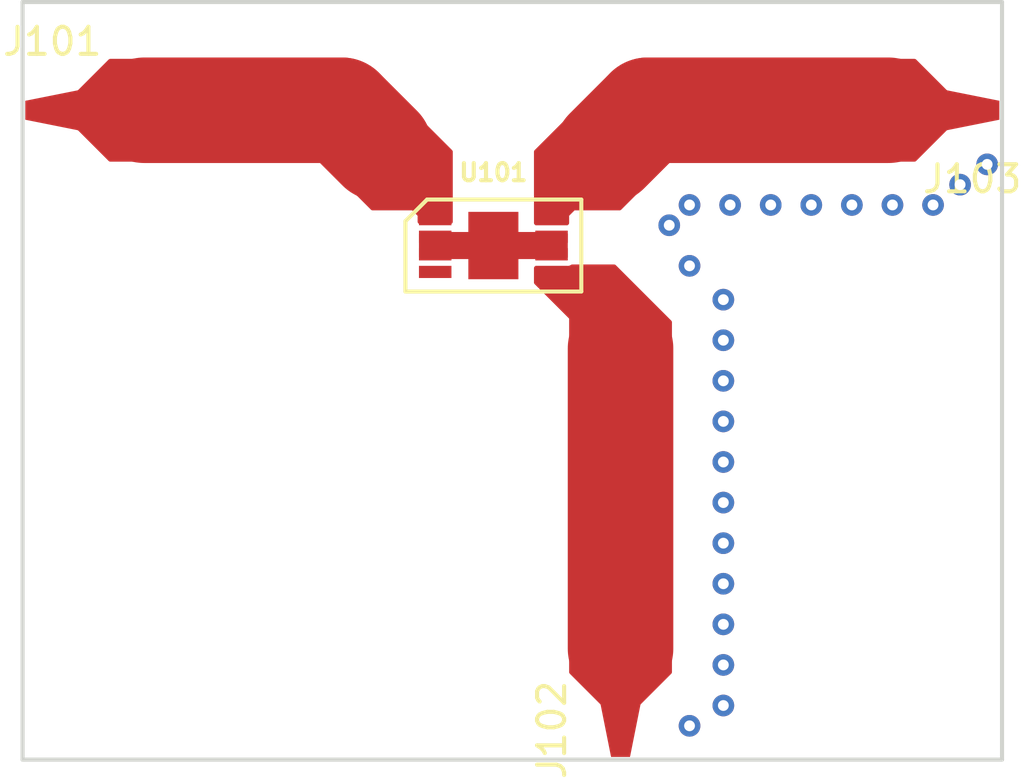
<source format=kicad_pcb>
(kicad_pcb (version 20171130) (host pcbnew 5.0.2-bee76a0~70~ubuntu18.04.1)

  (general
    (thickness 1.6)
    (drawings 4)
    (tracks 38)
    (zones 0)
    (modules 4)
    (nets 5)
  )

  (page A4)
  (layers
    (0 F.Cu signal)
    (31 B.Cu signal)
    (32 B.Adhes user)
    (33 F.Adhes user)
    (34 B.Paste user)
    (35 F.Paste user)
    (36 B.SilkS user)
    (37 F.SilkS user)
    (38 B.Mask user)
    (39 F.Mask user)
    (40 Dwgs.User user)
    (41 Cmts.User user)
    (42 Eco1.User user)
    (43 Eco2.User user)
    (44 Edge.Cuts user)
    (45 Margin user)
    (46 B.CrtYd user)
    (47 F.CrtYd user)
    (48 B.Fab user)
    (49 F.Fab user)
  )

  (setup
    (last_trace_width 0.25)
    (trace_clearance 0.2)
    (zone_clearance 0.15)
    (zone_45_only no)
    (trace_min 0.2)
    (segment_width 0.2)
    (edge_width 0.15)
    (via_size 0.8)
    (via_drill 0.4)
    (via_min_size 0.4)
    (via_min_drill 0.3)
    (uvia_size 0.3)
    (uvia_drill 0.1)
    (uvias_allowed no)
    (uvia_min_size 0.2)
    (uvia_min_drill 0.1)
    (pcb_text_width 0.3)
    (pcb_text_size 1.5 1.5)
    (mod_edge_width 0.15)
    (mod_text_size 1 1)
    (mod_text_width 0.15)
    (pad_size 1.524 1.524)
    (pad_drill 0.762)
    (pad_to_mask_clearance 0.051)
    (solder_mask_min_width 0.25)
    (aux_axis_origin 0 0)
    (visible_elements FFFFFF7F)
    (pcbplotparams
      (layerselection 0x010fc_ffffffff)
      (usegerberextensions false)
      (usegerberattributes false)
      (usegerberadvancedattributes false)
      (creategerberjobfile false)
      (excludeedgelayer true)
      (linewidth 0.100000)
      (plotframeref false)
      (viasonmask false)
      (mode 1)
      (useauxorigin false)
      (hpglpennumber 1)
      (hpglpenspeed 20)
      (hpglpendiameter 15.000000)
      (psnegative false)
      (psa4output false)
      (plotreference true)
      (plotvalue true)
      (plotinvisibletext false)
      (padsonsilk false)
      (subtractmaskfromsilk false)
      (outputformat 1)
      (mirror false)
      (drillshape 1)
      (scaleselection 1)
      (outputdirectory ""))
  )

  (net 0 "")
  (net 1 /LO)
  (net 2 /IF)
  (net 3 /RF)
  (net 4 GND)

  (net_class Default "This is the default net class."
    (clearance 0.2)
    (trace_width 0.25)
    (via_dia 0.8)
    (via_drill 0.4)
    (uvia_dia 0.3)
    (uvia_drill 0.1)
    (add_net /IF)
    (add_net /LO)
    (add_net /RF)
    (add_net GND)
  )

  (module Connectors_RF:PAD_T_200x110um (layer F.Cu) (tedit 5B069971) (tstamp 5D225CA8)
    (at 148.7 94 180)
    (path /5D225552)
    (fp_text reference J101 (at 0 2.54 180) (layer F.SilkS)
      (effects (font (size 1 1) (thickness 0.15)))
    )
    (fp_text value LO (at 0 -2.54 180) (layer F.Fab)
      (effects (font (size 1 1) (thickness 0.15)))
    )
    (pad 1 smd trapezoid (at 0 0 180) (size 2 1.1) (rect_delta 0.4 0 ) (layers F.Cu F.Mask)
      (net 1 /LO))
  )

  (module Connectors_RF:PAD_T_200x110um (layer F.Cu) (tedit 5B069971) (tstamp 5D225CAD)
    (at 169.7 116.9 270)
    (path /5D225ADA)
    (fp_text reference J102 (at 0 2.54 270) (layer F.SilkS)
      (effects (font (size 1 1) (thickness 0.15)))
    )
    (fp_text value IF (at 0 -2.54 270) (layer F.Fab)
      (effects (font (size 1 1) (thickness 0.15)))
    )
    (pad 1 smd trapezoid (at 0 0 270) (size 2 1.1) (rect_delta 0.4 0 ) (layers F.Cu F.Mask)
      (net 2 /IF))
  )

  (module Connectors_RF:PAD_T_200x110um (layer F.Cu) (tedit 5B069971) (tstamp 5D225CB2)
    (at 182.7 94)
    (path /5D2257E2)
    (fp_text reference J103 (at 0 2.54) (layer F.SilkS)
      (effects (font (size 1 1) (thickness 0.15)))
    )
    (fp_text value RF (at 0 -2.54) (layer F.Fab)
      (effects (font (size 1 1) (thickness 0.15)))
    )
    (pad 1 smd trapezoid (at 0 0) (size 2 1.1) (rect_delta 0.4 0 ) (layers F.Cu F.Mask)
      (net 3 /RF))
  )

  (module SSOP:MS8G_EP (layer F.Cu) (tedit 5D22597C) (tstamp 5D22636D)
    (at 165 99 270)
    (path /5D22534C)
    (attr smd)
    (fp_text reference U101 (at -2.7 0) (layer F.SilkS)
      (effects (font (size 0.635 0.635) (thickness 0.15)))
    )
    (fp_text value HMC220MS8 (at 0 0 270) (layer F.Fab)
      (effects (font (size 1 1) (thickness 0.15)))
    )
    (fp_line (start -0.9 3.25) (end -1.7 2.45) (layer F.SilkS) (width 0.15))
    (fp_line (start -1.7 2.45) (end -1.7 -3.25) (layer F.SilkS) (width 0.15))
    (fp_line (start -1.7 -3.25) (end 1.7 -3.25) (layer F.SilkS) (width 0.15))
    (fp_line (start 1.7 -3.25) (end 1.7 3.25) (layer F.SilkS) (width 0.15))
    (fp_line (start 1.7 3.25) (end -0.9 3.25) (layer F.SilkS) (width 0.15))
    (fp_line (start -1.85 -3.4) (end 1.85 -3.4) (layer F.CrtYd) (width 0.05))
    (fp_line (start 1.85 -3.4) (end 1.85 3.4) (layer F.CrtYd) (width 0.05))
    (fp_line (start 1.85 3.4) (end -1.85 3.4) (layer F.CrtYd) (width 0.05))
    (fp_line (start -1.85 3.4) (end -1.85 -3.4) (layer F.CrtYd) (width 0.05))
    (pad 8 smd rect (at -0.975 -2.15 270) (size 0.45 1.2) (layers F.Cu F.Paste F.Mask)
      (net 3 /RF))
    (pad 1 smd rect (at -0.975 2.15 270) (size 0.45 1.2) (layers F.Cu F.Paste F.Mask)
      (net 1 /LO))
    (pad 7 smd rect (at -0.325 -2.15 270) (size 0.45 1.2) (layers F.Cu F.Paste F.Mask)
      (net 4 GND))
    (pad 2 smd rect (at -0.325 2.15 270) (size 0.45 1.2) (layers F.Cu F.Paste F.Mask)
      (net 4 GND))
    (pad 6 smd rect (at 0.325 -2.15 270) (size 0.45 1.2) (layers F.Cu F.Paste F.Mask)
      (net 4 GND))
    (pad 3 smd rect (at 0.325 2.15 270) (size 0.45 1.2) (layers F.Cu F.Paste F.Mask)
      (net 4 GND))
    (pad 5 smd rect (at 0.975 -2.15 270) (size 0.45 1.2) (layers F.Cu F.Paste F.Mask)
      (net 2 /IF))
    (pad 4 smd rect (at 0.975 2.15 270) (size 0.45 1.2) (layers F.Cu F.Paste F.Mask))
    (pad 9 smd rect (at 0 0 270) (size 2.49 1.85) (layers F.Cu F.Paste F.Mask)
      (net 4 GND))
  )

  (gr_line (start 147.6 118) (end 147.6 90) (layer Edge.Cuts) (width 0.15))
  (gr_line (start 183.8 118) (end 147.6 118) (layer Edge.Cuts) (width 0.15))
  (gr_line (start 183.8 90) (end 183.8 118) (layer Edge.Cuts) (width 0.15))
  (gr_line (start 147.6 90) (end 183.8 90) (layer Edge.Cuts) (width 0.15))

  (via (at 172.25 97.5) (size 0.8) (drill 0.4) (layers F.Cu B.Cu) (net 0))
  (via (at 173.75 97.5) (size 0.8) (drill 0.4) (layers F.Cu B.Cu) (net 0) (tstamp 5D226520))
  (via (at 175.25 97.5) (size 0.8) (drill 0.4) (layers F.Cu B.Cu) (net 0) (tstamp 5D226521))
  (via (at 176.75 97.5) (size 0.8) (drill 0.4) (layers F.Cu B.Cu) (net 0) (tstamp 5D226522))
  (via (at 178.25 97.5) (size 0.8) (drill 0.4) (layers F.Cu B.Cu) (net 0) (tstamp 5D226523))
  (via (at 179.75 97.5) (size 0.8) (drill 0.4) (layers F.Cu B.Cu) (net 0) (tstamp 5D226528))
  (via (at 181.25 97.5) (size 0.8) (drill 0.4) (layers F.Cu B.Cu) (net 0) (tstamp 5D226529))
  (via (at 182.25 96.75) (size 0.8) (drill 0.4) (layers F.Cu B.Cu) (net 0))
  (via (at 183.25 96) (size 0.8) (drill 0.4) (layers F.Cu B.Cu) (net 0))
  (via (at 171.5 98.25) (size 0.8) (drill 0.4) (layers F.Cu B.Cu) (net 0) (tstamp 5D226539))
  (via (at 172.25 99.75) (size 0.8) (drill 0.4) (layers F.Cu B.Cu) (net 0) (tstamp 5D226544))
  (via (at 173.5 101) (size 0.8) (drill 0.4) (layers F.Cu B.Cu) (net 0) (tstamp 5D22654B))
  (via (at 173.5 102.5) (size 0.8) (drill 0.4) (layers F.Cu B.Cu) (net 0) (tstamp 5D22655D))
  (via (at 173.5 104) (size 0.8) (drill 0.4) (layers F.Cu B.Cu) (net 0) (tstamp 5D22655E))
  (via (at 173.5 105.5) (size 0.8) (drill 0.4) (layers F.Cu B.Cu) (net 0) (tstamp 5D22655F))
  (via (at 173.5 107) (size 0.8) (drill 0.4) (layers F.Cu B.Cu) (net 0) (tstamp 5D226560))
  (via (at 173.5 108.5) (size 0.8) (drill 0.4) (layers F.Cu B.Cu) (net 0) (tstamp 5D226561))
  (via (at 173.5 110) (size 0.8) (drill 0.4) (layers F.Cu B.Cu) (net 0) (tstamp 5D226562))
  (via (at 173.5 111.5) (size 0.8) (drill 0.4) (layers F.Cu B.Cu) (net 0) (tstamp 5D226563))
  (via (at 173.5 113) (size 0.8) (drill 0.4) (layers F.Cu B.Cu) (net 0) (tstamp 5D226564))
  (via (at 173.5 114.5) (size 0.8) (drill 0.4) (layers F.Cu B.Cu) (net 0) (tstamp 5D226565))
  (via (at 173.5 116) (size 0.8) (drill 0.4) (layers F.Cu B.Cu) (net 0) (tstamp 5D226568))
  (via (at 172.25 116.75) (size 0.8) (drill 0.4) (layers F.Cu B.Cu) (net 0) (tstamp 5D22656A))
  (segment (start 148.7 94) (end 151.5 94) (width 1) (layer F.Cu) (net 1))
  (segment (start 159.4 94) (end 160.8 95.4) (width 3.9) (layer F.Cu) (net 1))
  (segment (start 159.4 94) (end 152.1 94) (width 3.9) (layer F.Cu) (net 1))
  (segment (start 169.7 116.9) (end 169.7 115.8) (width 1) (layer F.Cu) (net 2))
  (segment (start 169.7 115.8) (end 169.7 114.6) (width 1) (layer F.Cu) (net 2))
  (segment (start 169.7 114.6) (end 169.7 113.9) (width 1) (layer F.Cu) (net 2))
  (segment (start 169.7 113.9) (end 169.7 102.8) (width 3.9) (layer F.Cu) (net 2))
  (segment (start 171 94) (end 179.6 94) (width 3.9) (layer F.Cu) (net 3))
  (segment (start 182.7 94) (end 179.6 94) (width 1) (layer F.Cu) (net 3))
  (segment (start 171 94) (end 170.7 94) (width 3.9) (layer F.Cu) (net 3))
  (segment (start 170.7 94) (end 169.2 95.5) (width 3.9) (layer F.Cu) (net 3))
  (segment (start 165.325 98.675) (end 165 99) (width 0.25) (layer F.Cu) (net 4))
  (segment (start 167.15 98.675) (end 165.325 98.675) (width 0.25) (layer F.Cu) (net 4))
  (segment (start 165.325 99.325) (end 165 99) (width 0.25) (layer F.Cu) (net 4))
  (segment (start 167.15 99.325) (end 165.325 99.325) (width 0.25) (layer F.Cu) (net 4))

  (zone (net 2) (net_name /IF) (layer F.Cu) (tstamp 0) (hatch edge 0.508)
    (priority 1)
    (connect_pads yes (clearance 0.15))
    (min_thickness 0.15)
    (fill yes (arc_segments 16) (thermal_gap 0.508) (thermal_bridge_width 0.508))
    (polygon
      (pts
        (xy 167.8 114.2) (xy 167.8 114.8) (xy 169 116) (xy 170.4 116) (xy 171.6 114.8)
        (xy 171.6 114.2)
      )
    )
    (filled_polygon
      (pts
        (xy 171.525 114.768934) (xy 170.368934 115.925) (xy 169.031066 115.925) (xy 167.875 114.768934) (xy 167.875 114.275)
        (xy 171.525 114.275)
      )
    )
  )
  (zone (net 3) (net_name /RF) (layer F.Cu) (tstamp 5D2264B8) (hatch edge 0.508)
    (priority 1)
    (connect_pads yes (clearance 0.15))
    (min_thickness 0.15)
    (fill yes (arc_segments 16) (thermal_gap 0.508) (thermal_bridge_width 0.508))
    (polygon
      (pts
        (xy 179.4 95.9) (xy 180.6 95.9) (xy 181.8 94.7) (xy 181.8 93.3) (xy 180.6 92.1)
        (xy 179.4 92.1)
      )
    )
    (filled_polygon
      (pts
        (xy 181.725 93.331066) (xy 181.725 94.668934) (xy 180.568934 95.825) (xy 179.475 95.825) (xy 179.475 92.175)
        (xy 180.568934 92.175)
      )
    )
  )
  (zone (net 1) (net_name /LO) (layer F.Cu) (tstamp 5D2264D9) (hatch edge 0.508)
    (priority 1)
    (connect_pads yes (clearance 0.15))
    (min_thickness 0.15)
    (fill yes (arc_segments 16) (thermal_gap 0.508) (thermal_bridge_width 0.508))
    (polygon
      (pts
        (xy 152.006328 92.1) (xy 150.806328 92.1) (xy 149.606328 93.3) (xy 149.606328 94.7) (xy 150.806328 95.9)
        (xy 152.006328 95.9)
      )
    )
    (filled_polygon
      (pts
        (xy 151.931328 95.825) (xy 150.837394 95.825) (xy 149.681328 94.668934) (xy 149.681328 93.331066) (xy 150.837394 92.175)
        (xy 151.931328 92.175)
      )
    )
  )
  (zone (net 1) (net_name /LO) (layer F.Cu) (tstamp 0) (hatch edge 0.508)
    (priority 1)
    (connect_pads yes (clearance 0.15))
    (min_thickness 0.15)
    (fill yes (arc_segments 16) (thermal_gap 0.508) (thermal_bridge_width 0.508))
    (polygon
      (pts
        (xy 163.5 98.2) (xy 163.5 96) (xy 163.5 95.5) (xy 162 94) (xy 159.4 96.6)
        (xy 160.5 97.7) (xy 162 97.7) (xy 162.2 97.9) (xy 162.2 98.2)
      )
    )
    (filled_polygon
      (pts
        (xy 163.425 95.531066) (xy 163.425 98.125) (xy 162.275 98.125) (xy 162.275 97.9) (xy 162.269291 97.871299)
        (xy 162.253033 97.846967) (xy 162.053033 97.646967) (xy 162.028701 97.630709) (xy 162 97.625) (xy 160.531066 97.625)
        (xy 159.506066 96.6) (xy 162 94.106066)
      )
    )
  )
  (zone (net 3) (net_name /RF) (layer F.Cu) (tstamp 0) (hatch edge 0.508)
    (priority 1)
    (connect_pads yes (clearance 0.15))
    (min_thickness 0.15)
    (fill yes (arc_segments 16) (thermal_gap 0.508) (thermal_bridge_width 0.508))
    (polygon
      (pts
        (xy 166.5 98.2) (xy 166.5 95.5) (xy 168.2 93.8) (xy 170.9 96.5) (xy 169.7 97.7)
        (xy 168 97.7) (xy 167.8 97.9) (xy 167.8 98.3) (xy 166.5 98.3)
      )
    )
    (filled_polygon
      (pts
        (xy 170.793934 96.5) (xy 169.668934 97.625) (xy 168 97.625) (xy 167.971299 97.630709) (xy 167.946967 97.646967)
        (xy 167.746967 97.846967) (xy 167.730709 97.871299) (xy 167.725 97.9) (xy 167.725 98.169613) (xy 166.575 98.169613)
        (xy 166.575 95.531066) (xy 168.2 93.906066)
      )
    )
  )
  (zone (net 2) (net_name /IF) (layer F.Cu) (tstamp 0) (hatch edge 0.508)
    (priority 1)
    (connect_pads yes (clearance 0.15))
    (min_thickness 0.15)
    (fill yes (arc_segments 16) (thermal_gap 0.508) (thermal_bridge_width 0.508))
    (polygon
      (pts
        (xy 166.5 99.7) (xy 166.5 100.4) (xy 167.8 101.7) (xy 167.8 103) (xy 171.6 103)
        (xy 171.6 102) (xy 171.6 101.8) (xy 170.9 101.1) (xy 170.1 100.3) (xy 169.5 99.7)
      )
    )
    (filled_polygon
      (pts
        (xy 171.525 101.831066) (xy 171.525 102.925) (xy 167.875 102.925) (xy 167.875 101.7) (xy 167.869291 101.671299)
        (xy 167.853033 101.646967) (xy 166.575 100.368934) (xy 166.575 99.830387) (xy 167.75 99.830387) (xy 167.857299 99.809044)
        (xy 167.90825 99.775) (xy 169.468934 99.775)
      )
    )
  )
  (zone (net 0) (net_name "") (layer F.Cu) (tstamp 0) (hatch edge 0.508)
    (connect_pads yes (clearance 0.15))
    (min_thickness 0.15)
    (keepout (tracks allowed) (vias allowed) (copperpour not_allowed))
    (fill (arc_segments 16) (thermal_gap 0.508) (thermal_bridge_width 0.508))
    (polygon
      (pts
        (xy 183.75 92.25) (xy 183.75 92.5) (xy 183.75 93.5) (xy 183.25 93.5) (xy 183 93.25)
        (xy 182 93.25) (xy 181 92.25) (xy 180.75 92) (xy 169.75 92) (xy 166.25 95.5)
        (xy 166.25 97.5) (xy 165.5 97.5) (xy 165.5 95) (xy 169.5 91) (xy 181.25 91)
        (xy 182.5 92.25)
      )
    )
  )
  (zone (net 0) (net_name "") (layer F.Cu) (tstamp 0) (hatch edge 0.508)
    (connect_pads yes (clearance 0.15))
    (min_thickness 0.15)
    (keepout (tracks allowed) (vias allowed) (copperpour not_allowed))
    (fill (arc_segments 16) (thermal_gap 0.508) (thermal_bridge_width 0.508))
    (polygon
      (pts
        (xy 168 97.75) (xy 169.75 97.75) (xy 171.5 96) (xy 180.75 96) (xy 181.75 95)
        (xy 182 94.75) (xy 182.5 94.75) (xy 182.75 94.75) (xy 183.25 94.5) (xy 183.75 94.5)
        (xy 183.75 95.5) (xy 183 95.5) (xy 182.75 95.75) (xy 182.5 95.75) (xy 181.25 97)
        (xy 172 97) (xy 171 98) (xy 170.25 98.75) (xy 168 98.75)
      )
    )
  )
  (zone (net 0) (net_name "") (layer F.Cu) (tstamp 0) (hatch edge 0.508)
    (connect_pads yes (clearance 0.15))
    (min_thickness 0.15)
    (keepout (tracks allowed) (vias allowed) (copperpour not_allowed))
    (fill (arc_segments 16) (thermal_gap 0.508) (thermal_bridge_width 0.508))
    (polygon
      (pts
        (xy 168 98.75) (xy 168 99.5) (xy 169.5 99.5) (xy 171.75 101.75) (xy 171.75 104)
        (xy 171.75 114.75) (xy 170.5 116) (xy 170.5 116.5) (xy 170.5 117) (xy 170.25 117.25)
        (xy 170.25 118) (xy 171.25 118) (xy 171.25 117.25) (xy 171.5 117) (xy 171.5 116.25)
        (xy 172.75 115) (xy 172.75 107.5) (xy 172.75 101.25) (xy 171 99.5) (xy 170.25 98.75)
      )
    )
  )
  (zone (net 4) (net_name GND) (layer B.Cu) (tstamp 0) (hatch edge 0.508)
    (priority 1)
    (connect_pads yes (clearance 0.15))
    (min_thickness 0.15)
    (fill yes (arc_segments 16) (thermal_gap 0.508) (thermal_bridge_width 0.508))
    (polygon
      (pts
        (xy 147.5 90) (xy 183.75 90) (xy 183.75 118) (xy 147.5 118)
      )
    )
  )
  (zone (net 4) (net_name GND) (layer F.Cu) (tstamp 0) (hatch edge 0.508)
    (priority 1)
    (connect_pads yes (clearance 0.15))
    (min_thickness 0.15)
    (fill yes (arc_segments 16) (thermal_gap 0.508) (thermal_bridge_width 0.508))
    (polygon
      (pts
        (xy 167.75 98.5) (xy 167.75 99.5) (xy 165.75 99.5) (xy 165.75 98.5)
      )
    )
    (filled_polygon
      (pts
        (xy 167.675 99.425) (xy 165.825 99.425) (xy 165.825 98.575) (xy 167.675 98.575)
      )
    )
  )
  (zone (net 4) (net_name GND) (layer F.Cu) (tstamp 0) (hatch edge 0.508)
    (priority 1)
    (connect_pads yes (clearance 0.15))
    (min_thickness 0.15)
    (fill yes (arc_segments 16) (thermal_gap 0.508) (thermal_bridge_width 0.508))
    (polygon
      (pts
        (xy 162.25 98.5) (xy 162.25 99.5) (xy 165 99.5) (xy 165 98.5)
      )
    )
    (filled_polygon
      (pts
        (xy 164.925 99.425) (xy 162.325 99.425) (xy 162.325 98.575) (xy 164.925 98.575)
      )
    )
  )
)

</source>
